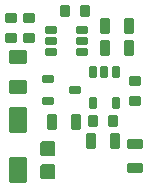
<source format=gtp>
G04 Layer_Color=8421504*
%FSLAX44Y44*%
%MOMM*%
G71*
G01*
G75*
G04:AMPARAMS|DCode=10|XSize=1.3mm|YSize=0.8mm|CornerRadius=0.1mm|HoleSize=0mm|Usage=FLASHONLY|Rotation=90.000|XOffset=0mm|YOffset=0mm|HoleType=Round|Shape=RoundedRectangle|*
%AMROUNDEDRECTD10*
21,1,1.3000,0.6000,0,0,90.0*
21,1,1.1000,0.8000,0,0,90.0*
1,1,0.2000,0.3000,0.5500*
1,1,0.2000,0.3000,-0.5500*
1,1,0.2000,-0.3000,-0.5500*
1,1,0.2000,-0.3000,0.5500*
%
%ADD10ROUNDEDRECTD10*%
G04:AMPARAMS|DCode=11|XSize=0.6mm|YSize=1mm|CornerRadius=0.075mm|HoleSize=0mm|Usage=FLASHONLY|Rotation=270.000|XOffset=0mm|YOffset=0mm|HoleType=Round|Shape=RoundedRectangle|*
%AMROUNDEDRECTD11*
21,1,0.6000,0.8500,0,0,270.0*
21,1,0.4500,1.0000,0,0,270.0*
1,1,0.1500,-0.4250,-0.2250*
1,1,0.1500,-0.4250,0.2250*
1,1,0.1500,0.4250,0.2250*
1,1,0.1500,0.4250,-0.2250*
%
%ADD11ROUNDEDRECTD11*%
G04:AMPARAMS|DCode=12|XSize=1.27mm|YSize=1.27mm|CornerRadius=0.1588mm|HoleSize=0mm|Usage=FLASHONLY|Rotation=90.000|XOffset=0mm|YOffset=0mm|HoleType=Round|Shape=RoundedRectangle|*
%AMROUNDEDRECTD12*
21,1,1.2700,0.9525,0,0,90.0*
21,1,0.9525,1.2700,0,0,90.0*
1,1,0.3175,0.4763,0.4763*
1,1,0.3175,0.4763,-0.4763*
1,1,0.3175,-0.4763,-0.4763*
1,1,0.3175,-0.4763,0.4763*
%
%ADD12ROUNDEDRECTD12*%
G04:AMPARAMS|DCode=13|XSize=1mm|YSize=0.9mm|CornerRadius=0.1125mm|HoleSize=0mm|Usage=FLASHONLY|Rotation=90.000|XOffset=0mm|YOffset=0mm|HoleType=Round|Shape=RoundedRectangle|*
%AMROUNDEDRECTD13*
21,1,1.0000,0.6750,0,0,90.0*
21,1,0.7750,0.9000,0,0,90.0*
1,1,0.2250,0.3375,0.3875*
1,1,0.2250,0.3375,-0.3875*
1,1,0.2250,-0.3375,-0.3875*
1,1,0.2250,-0.3375,0.3875*
%
%ADD13ROUNDEDRECTD13*%
G04:AMPARAMS|DCode=14|XSize=1mm|YSize=0.9mm|CornerRadius=0.1125mm|HoleSize=0mm|Usage=FLASHONLY|Rotation=0.000|XOffset=0mm|YOffset=0mm|HoleType=Round|Shape=RoundedRectangle|*
%AMROUNDEDRECTD14*
21,1,1.0000,0.6750,0,0,0.0*
21,1,0.7750,0.9000,0,0,0.0*
1,1,0.2250,0.3875,-0.3375*
1,1,0.2250,-0.3875,-0.3375*
1,1,0.2250,-0.3875,0.3375*
1,1,0.2250,0.3875,0.3375*
%
%ADD14ROUNDEDRECTD14*%
G04:AMPARAMS|DCode=15|XSize=0.6mm|YSize=1mm|CornerRadius=0.075mm|HoleSize=0mm|Usage=FLASHONLY|Rotation=180.000|XOffset=0mm|YOffset=0mm|HoleType=Round|Shape=RoundedRectangle|*
%AMROUNDEDRECTD15*
21,1,0.6000,0.8500,0,0,180.0*
21,1,0.4500,1.0000,0,0,180.0*
1,1,0.1500,-0.2250,0.4250*
1,1,0.1500,0.2250,0.4250*
1,1,0.1500,0.2250,-0.4250*
1,1,0.1500,-0.2250,-0.4250*
%
%ADD15ROUNDEDRECTD15*%
G04:AMPARAMS|DCode=16|XSize=1.3mm|YSize=0.8mm|CornerRadius=0.1mm|HoleSize=0mm|Usage=FLASHONLY|Rotation=0.000|XOffset=0mm|YOffset=0mm|HoleType=Round|Shape=RoundedRectangle|*
%AMROUNDEDRECTD16*
21,1,1.3000,0.6000,0,0,0.0*
21,1,1.1000,0.8000,0,0,0.0*
1,1,0.2000,0.5500,-0.3000*
1,1,0.2000,-0.5500,-0.3000*
1,1,0.2000,-0.5500,0.3000*
1,1,0.2000,0.5500,0.3000*
%
%ADD16ROUNDEDRECTD16*%
G04:AMPARAMS|DCode=17|XSize=1.45mm|YSize=1.25mm|CornerRadius=0.125mm|HoleSize=0mm|Usage=FLASHONLY|Rotation=180.000|XOffset=0mm|YOffset=0mm|HoleType=Round|Shape=RoundedRectangle|*
%AMROUNDEDRECTD17*
21,1,1.4500,1.0000,0,0,180.0*
21,1,1.2000,1.2500,0,0,180.0*
1,1,0.2500,-0.6000,0.5000*
1,1,0.2500,0.6000,0.5000*
1,1,0.2500,0.6000,-0.5000*
1,1,0.2500,-0.6000,-0.5000*
%
%ADD17ROUNDEDRECTD17*%
G04:AMPARAMS|DCode=18|XSize=2.2mm|YSize=1.5mm|CornerRadius=0.1875mm|HoleSize=0mm|Usage=FLASHONLY|Rotation=90.000|XOffset=0mm|YOffset=0mm|HoleType=Round|Shape=RoundedRectangle|*
%AMROUNDEDRECTD18*
21,1,2.2000,1.1250,0,0,90.0*
21,1,1.8250,1.5000,0,0,90.0*
1,1,0.3750,0.5625,0.9125*
1,1,0.3750,0.5625,-0.9125*
1,1,0.3750,-0.5625,-0.9125*
1,1,0.3750,-0.5625,0.9125*
%
%ADD18ROUNDEDRECTD18*%
D10*
X838000Y584250D02*
D03*
X818000D02*
D03*
X849500Y681000D02*
D03*
X829500D02*
D03*
X849500Y662750D02*
D03*
X829500D02*
D03*
X804750Y600000D02*
D03*
X784750D02*
D03*
D11*
X804000Y627000D02*
D03*
X781000Y617500D02*
D03*
Y636500D02*
D03*
X810250Y668500D02*
D03*
Y659000D02*
D03*
X784250Y678000D02*
D03*
Y668500D02*
D03*
Y659000D02*
D03*
X810250Y678000D02*
D03*
D12*
X781500Y577025D02*
D03*
Y557975D02*
D03*
D13*
X819500Y601000D02*
D03*
X836500D02*
D03*
X813000Y694000D02*
D03*
X796000D02*
D03*
D14*
X765250Y688500D02*
D03*
Y671500D02*
D03*
X750000Y688500D02*
D03*
Y671500D02*
D03*
X855000Y635000D02*
D03*
Y618000D02*
D03*
D15*
X838500Y616500D02*
D03*
X819500Y642500D02*
D03*
X829000D02*
D03*
X838500D02*
D03*
X819500Y616500D02*
D03*
D16*
X854750Y561250D02*
D03*
Y581250D02*
D03*
D17*
X756000Y629750D02*
D03*
Y654750D02*
D03*
D18*
Y601500D02*
D03*
Y559500D02*
D03*
M02*

</source>
